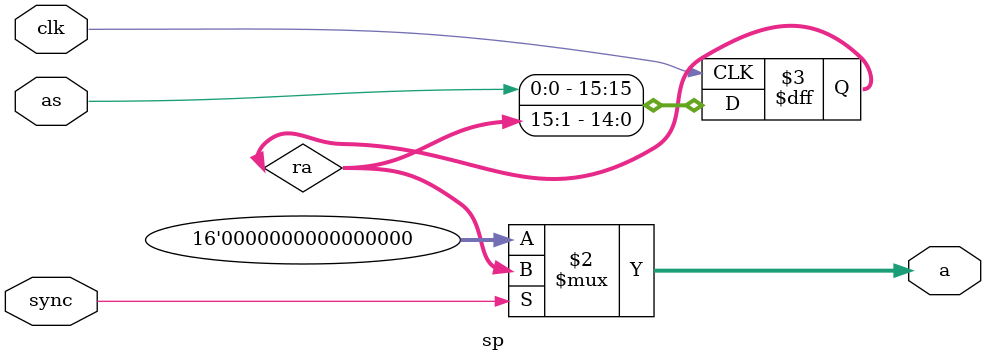
<source format=sv>
module sp (
    input logic as,
    input logic sync,
    input logic clk,
    output logic [15:0] a
);

    logic [15:0] ra;

    always_ff @(posedge clk)
        ra <= {as, ra[15:1]};

    assign a = sync ? ra : 16'b0;

endmodule

</source>
